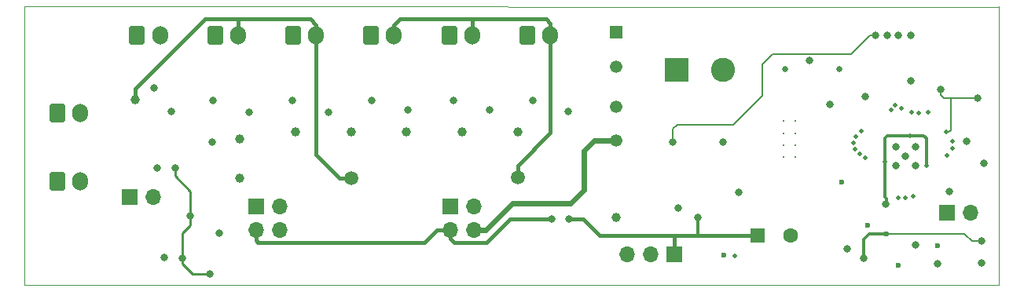
<source format=gbr>
%TF.GenerationSoftware,KiCad,Pcbnew,(6.0.6)*%
%TF.CreationDate,2022-10-10T18:06:17-05:00*%
%TF.ProjectId,better-klipper-expander,62657474-6572-42d6-9b6c-69707065722d,V1*%
%TF.SameCoordinates,Original*%
%TF.FileFunction,Copper,L3,Inr*%
%TF.FilePolarity,Positive*%
%FSLAX46Y46*%
G04 Gerber Fmt 4.6, Leading zero omitted, Abs format (unit mm)*
G04 Created by KiCad (PCBNEW (6.0.6)) date 2022-10-10 18:06:17*
%MOMM*%
%LPD*%
G01*
G04 APERTURE LIST*
G04 Aperture macros list*
%AMRoundRect*
0 Rectangle with rounded corners*
0 $1 Rounding radius*
0 $2 $3 $4 $5 $6 $7 $8 $9 X,Y pos of 4 corners*
0 Add a 4 corners polygon primitive as box body*
4,1,4,$2,$3,$4,$5,$6,$7,$8,$9,$2,$3,0*
0 Add four circle primitives for the rounded corners*
1,1,$1+$1,$2,$3*
1,1,$1+$1,$4,$5*
1,1,$1+$1,$6,$7*
1,1,$1+$1,$8,$9*
0 Add four rect primitives between the rounded corners*
20,1,$1+$1,$2,$3,$4,$5,0*
20,1,$1+$1,$4,$5,$6,$7,0*
20,1,$1+$1,$6,$7,$8,$9,0*
20,1,$1+$1,$8,$9,$2,$3,0*%
G04 Aperture macros list end*
%TA.AperFunction,Profile*%
%ADD10C,0.050000*%
%TD*%
%TA.AperFunction,ComponentPad*%
%ADD11C,0.300000*%
%TD*%
%TA.AperFunction,ComponentPad*%
%ADD12R,1.337000X1.337000*%
%TD*%
%TA.AperFunction,ComponentPad*%
%ADD13C,1.337000*%
%TD*%
%TA.AperFunction,ComponentPad*%
%ADD14R,1.700000X1.700000*%
%TD*%
%TA.AperFunction,ComponentPad*%
%ADD15O,1.700000X1.700000*%
%TD*%
%TA.AperFunction,ComponentPad*%
%ADD16RoundRect,0.250000X-0.600000X-0.750000X0.600000X-0.750000X0.600000X0.750000X-0.600000X0.750000X0*%
%TD*%
%TA.AperFunction,ComponentPad*%
%ADD17O,1.700000X2.000000*%
%TD*%
%TA.AperFunction,ComponentPad*%
%ADD18R,2.600000X2.600000*%
%TD*%
%TA.AperFunction,ComponentPad*%
%ADD19C,2.600000*%
%TD*%
%TA.AperFunction,ComponentPad*%
%ADD20R,1.600000X1.600000*%
%TD*%
%TA.AperFunction,ComponentPad*%
%ADD21C,1.600000*%
%TD*%
%TA.AperFunction,ComponentPad*%
%ADD22C,0.660400*%
%TD*%
%TA.AperFunction,ViaPad*%
%ADD23C,1.500000*%
%TD*%
%TA.AperFunction,ViaPad*%
%ADD24C,0.800000*%
%TD*%
%TA.AperFunction,ViaPad*%
%ADD25C,0.600000*%
%TD*%
%TA.AperFunction,ViaPad*%
%ADD26C,1.000000*%
%TD*%
%TA.AperFunction,ViaPad*%
%ADD27C,0.500000*%
%TD*%
%TA.AperFunction,Conductor*%
%ADD28C,0.400000*%
%TD*%
%TA.AperFunction,Conductor*%
%ADD29C,0.600000*%
%TD*%
%TA.AperFunction,Conductor*%
%ADD30C,0.300000*%
%TD*%
%TA.AperFunction,Conductor*%
%ADD31C,0.200000*%
%TD*%
%TA.AperFunction,Conductor*%
%ADD32C,0.250000*%
%TD*%
%TA.AperFunction,Conductor*%
%ADD33C,0.350000*%
%TD*%
G04 APERTURE END LIST*
D10*
X88045000Y-77495000D02*
X88045000Y-107495000D01*
X193045000Y-77500000D02*
X88045000Y-77495000D01*
X88045000Y-107495000D02*
X193045000Y-107495000D01*
X193045000Y-107495000D02*
X193045000Y-77495000D01*
D11*
%TO.N,N/C*%
%TO.C,U3*%
X171090000Y-93750000D03*
X169790000Y-93750000D03*
X171090000Y-92450000D03*
X169790000Y-92450000D03*
X171090000Y-91150000D03*
X169790000Y-91150000D03*
X171090000Y-89850000D03*
X169790000Y-89850000D03*
%TD*%
D12*
%TO.N,Net-(F2-Pad1)*%
%TO.C,F2*%
X151800000Y-80250000D03*
D13*
X151800000Y-83950000D03*
%TO.N,VCC*%
X151800000Y-88250000D03*
X151800000Y-91950000D03*
%TD*%
D14*
%TO.N,VFAN*%
%TO.C,J13*%
X112960000Y-99025000D03*
D15*
X115500000Y-99025000D03*
%TO.N,Net-(J13-Pad3)*%
X112960000Y-101565000D03*
%TO.N,VCC*%
X115500000Y-101565000D03*
%TD*%
D16*
%TO.N,Net-(D9-Pad2)*%
%TO.C,J8*%
X108550000Y-80575000D03*
D17*
%TO.N,VFAN*%
X111050000Y-80575000D03*
%TD*%
D14*
%TO.N,Net-(J6-Pad1)*%
%TO.C,JP2*%
X99325000Y-98000000D03*
D15*
%TO.N,Net-(JP2-Pad2)*%
X101865000Y-98000000D03*
%TD*%
D16*
%TO.N,Net-(D7-Pad2)*%
%TO.C,J5*%
X125350000Y-80575000D03*
D17*
%TO.N,VFAN*%
X127850000Y-80575000D03*
%TD*%
D16*
%TO.N,Net-(D10-Pad1)*%
%TO.C,J9*%
X100150000Y-80575000D03*
D17*
%TO.N,GND*%
X102650000Y-80575000D03*
%TD*%
D16*
%TO.N,Net-(D5-Pad2)*%
%TO.C,J3*%
X142200000Y-80575000D03*
D17*
%TO.N,VFAN*%
X144700000Y-80575000D03*
%TD*%
D16*
%TO.N,Net-(D6-Pad2)*%
%TO.C,J4*%
X133800000Y-80575000D03*
D17*
%TO.N,VFAN*%
X136300000Y-80575000D03*
%TD*%
D16*
%TO.N,Net-(J6-Pad1)*%
%TO.C,J6*%
X91545000Y-96295000D03*
D17*
%TO.N,GND*%
X94045000Y-96295000D03*
%TD*%
D18*
%TO.N,Net-(F2-Pad1)*%
%TO.C,J1*%
X158300000Y-84295000D03*
D19*
%TO.N,GND*%
X163300000Y-84295000D03*
%TD*%
D14*
%TO.N,VFAN*%
%TO.C,J11*%
X133925000Y-99025000D03*
D15*
X136465000Y-99025000D03*
%TO.N,Net-(J13-Pad3)*%
X133925000Y-101565000D03*
%TO.N,VCC*%
X136465000Y-101565000D03*
%TD*%
D16*
%TO.N,Net-(D8-Pad2)*%
%TO.C,J7*%
X116950000Y-80575000D03*
D17*
%TO.N,VFAN*%
X119450000Y-80575000D03*
%TD*%
D14*
%TO.N,+5V*%
%TO.C,J12*%
X158000000Y-104200000D03*
D15*
%TO.N,NEO_DATA*%
X155460000Y-104200000D03*
%TO.N,GND*%
X152920000Y-104200000D03*
%TD*%
D16*
%TO.N,Net-(J10-Pad1)*%
%TO.C,J10*%
X91545000Y-88975000D03*
D17*
%TO.N,GND*%
X94045000Y-88975000D03*
%TD*%
D14*
%TO.N,GND*%
%TO.C,JP1*%
X187425000Y-99700000D03*
D15*
%TO.N,Net-(C4-Pad2)*%
X189965000Y-99700000D03*
%TD*%
D20*
%TO.N,+5V*%
%TO.C,C19*%
X167047349Y-102200000D03*
D21*
%TO.N,GND*%
X170547349Y-102200000D03*
%TD*%
D22*
%TO.N,N/C*%
%TO.C,J2*%
X170010001Y-84210801D03*
X175789999Y-84210801D03*
%TD*%
D23*
%TO.N,VFAN*%
X123200000Y-96000000D03*
D24*
%TO.N,GND*%
X181917500Y-94605000D03*
X186400000Y-105200000D03*
X191400000Y-94400000D03*
X184017500Y-92605000D03*
X176650000Y-103650000D03*
D25*
X163400000Y-104300000D03*
D24*
X184017500Y-94605000D03*
X103125100Y-104587400D03*
X191100000Y-105100000D03*
X108362500Y-87587500D03*
X181917500Y-92605000D03*
X116862500Y-87582905D03*
X142762500Y-87571351D03*
X182917500Y-93600000D03*
X163245000Y-92095000D03*
X172600000Y-83300000D03*
D25*
X176100000Y-96400000D03*
X178900000Y-101100000D03*
D24*
X183500000Y-85500000D03*
X165000000Y-97550000D03*
D26*
X151800000Y-100200000D03*
X111200000Y-91800000D03*
D24*
X134262500Y-87571351D03*
X102000000Y-86300000D03*
X158500000Y-99200000D03*
X125462500Y-87571351D03*
X184000000Y-103200000D03*
X102312600Y-94887400D03*
%TO.N,+3.3V*%
X180850000Y-98800000D03*
X105062500Y-104600000D03*
X190700000Y-87400000D03*
X104250000Y-94900000D03*
D25*
X180900000Y-102000000D03*
D24*
X105900000Y-100100000D03*
D27*
X180700000Y-94200000D03*
X183400000Y-91400000D03*
D24*
X191100000Y-102800000D03*
X108000000Y-106300000D03*
X178400000Y-104600000D03*
D27*
X187300000Y-91000000D03*
X185200000Y-94600000D03*
D24*
X186700000Y-86400000D03*
%TO.N,+5V*%
X160600000Y-100200000D03*
X146700000Y-100400000D03*
%TO.N,VCC*%
X157900000Y-92100000D03*
X179700000Y-80600000D03*
D25*
%TO.N,XIN*%
X182200000Y-105400000D03*
D27*
X182200000Y-98100000D03*
%TO.N,SD0*%
X181371850Y-88653165D03*
D24*
X183500000Y-80600000D03*
D27*
%TO.N,CLK*%
X181800000Y-88100000D03*
D24*
X182200000Y-80600000D03*
%TO.N,SD3*%
X181000000Y-80600000D03*
D27*
X182512000Y-88500961D03*
D26*
%TO.N,Net-(D6-Pad2)*%
X135200000Y-91000000D03*
%TO.N,Net-(D7-Pad2)*%
X129200000Y-91000000D03*
%TO.N,Net-(D8-Pad2)*%
X123200000Y-91000000D03*
%TO.N,Net-(D9-Pad2)*%
X117200000Y-91000000D03*
%TO.N,Net-(D10-Pad1)*%
X111200000Y-96000000D03*
D24*
%TO.N,Net-(C10-Pad1)*%
X189500000Y-92000000D03*
D27*
X185400000Y-88875500D03*
X183797382Y-97911054D03*
D24*
X187700000Y-97400000D03*
D26*
%TO.N,Net-(D5-Pad2)*%
X141200000Y-91000000D03*
D24*
%TO.N,FAN0*%
X146612500Y-88762500D03*
D27*
X178200000Y-90900000D03*
%TO.N,FAN1*%
X177600000Y-91500000D03*
D24*
X138112500Y-88662500D03*
D27*
%TO.N,FAN2*%
X177300000Y-92200000D03*
D24*
X129362500Y-88600000D03*
%TO.N,FAN3*%
X120762500Y-88900000D03*
D27*
X177500000Y-92900000D03*
D24*
%TO.N,FAN4*%
X112262500Y-88900000D03*
D27*
X178000000Y-93400000D03*
%TO.N,FAN5*%
X178600000Y-93800000D03*
D24*
X103812500Y-88812500D03*
%TO.N,TH0*%
X109050000Y-101937500D03*
D27*
X188000000Y-92000000D03*
%TO.N,TH1*%
X188025500Y-92800000D03*
D24*
X108237500Y-92100000D03*
D23*
%TO.N,VFAN*%
X141200000Y-95900000D03*
D26*
X99950000Y-87550000D03*
D27*
%TO.N,D+*%
X183620878Y-88920878D03*
D24*
X174800000Y-88000000D03*
%TO.N,D-*%
X178600000Y-87200000D03*
D27*
X184376516Y-88940488D03*
D24*
%TO.N,Net-(J13-Pad3)*%
X144800000Y-100400000D03*
D27*
%TO.N,XOUT*%
X182900000Y-98100000D03*
D25*
X186400000Y-103300000D03*
D27*
%TO.N,GPIO24*%
X187400000Y-93500000D03*
X164550569Y-104349431D03*
%TD*%
D28*
%TO.N,VFAN*%
X122000000Y-96000000D02*
X123200000Y-96000000D01*
X119450000Y-93450000D02*
X122000000Y-96000000D01*
X119450000Y-80575000D02*
X119450000Y-93450000D01*
X141200000Y-94600000D02*
X144700000Y-91100000D01*
X144700000Y-91100000D02*
X144700000Y-80575000D01*
X141200000Y-95900000D02*
X141200000Y-94600000D01*
X118800000Y-78800000D02*
X119450000Y-79450000D01*
X119450000Y-79450000D02*
X119450000Y-80575000D01*
X111100000Y-78800000D02*
X118800000Y-78800000D01*
X127850000Y-79450000D02*
X127850000Y-80575000D01*
X128500000Y-78800000D02*
X127850000Y-79450000D01*
X144200000Y-78800000D02*
X128500000Y-78800000D01*
X144700000Y-79300000D02*
X144200000Y-78800000D01*
X144700000Y-80575000D02*
X144700000Y-79300000D01*
%TO.N,Net-(J13-Pad3)*%
X113200000Y-102900000D02*
X112960000Y-102660000D01*
X112960000Y-102660000D02*
X112960000Y-101565000D01*
X131100000Y-102900000D02*
X113200000Y-102900000D01*
X133925000Y-101565000D02*
X132435000Y-101565000D01*
X132435000Y-101565000D02*
X131100000Y-102900000D01*
X137800000Y-102900000D02*
X134300000Y-102900000D01*
X140300000Y-100400000D02*
X137800000Y-102900000D01*
X144800000Y-100400000D02*
X140300000Y-100400000D01*
X134300000Y-102900000D02*
X133925000Y-102525000D01*
X133925000Y-102525000D02*
X133925000Y-101565000D01*
D29*
%TO.N,VCC*%
X137735000Y-101565000D02*
X136465000Y-101565000D01*
X140600000Y-98700000D02*
X137735000Y-101565000D01*
X146900000Y-98700000D02*
X140600000Y-98700000D01*
X148300000Y-97300000D02*
X146900000Y-98700000D01*
D28*
%TO.N,+5V*%
X148200000Y-100400000D02*
X146700000Y-100400000D01*
X150000000Y-102200000D02*
X158000000Y-102200000D01*
X148200000Y-100400000D02*
X150000000Y-102200000D01*
D30*
%TO.N,+3.3V*%
X180700000Y-91700000D02*
X180700000Y-94200000D01*
X180700000Y-94200000D02*
X180700000Y-98000000D01*
D31*
X187100000Y-87400000D02*
X190700000Y-87400000D01*
D30*
X180700000Y-98000000D02*
X180900000Y-98200000D01*
D31*
X187800000Y-90800000D02*
X187600000Y-91000000D01*
X191100000Y-102800000D02*
X190100000Y-102800000D01*
D30*
X181000000Y-91400000D02*
X180700000Y-91700000D01*
D31*
X186700000Y-86400000D02*
X186700000Y-87000000D01*
X189300000Y-102000000D02*
X180800000Y-102000000D01*
D32*
X105900000Y-101100000D02*
X105900000Y-100100000D01*
D31*
X187600000Y-91000000D02*
X187300000Y-91000000D01*
D30*
X179000000Y-102000000D02*
X178400000Y-102600000D01*
X180900000Y-98200000D02*
X180900000Y-98750000D01*
D31*
X190100000Y-102800000D02*
X189300000Y-102000000D01*
X187800000Y-87400000D02*
X187800000Y-90800000D01*
D32*
X106100000Y-106300000D02*
X105062500Y-105262500D01*
D30*
X178400000Y-102600000D02*
X178400000Y-104600000D01*
D32*
X108000000Y-106300000D02*
X106100000Y-106300000D01*
X105062500Y-101937500D02*
X105900000Y-101100000D01*
D30*
X183400000Y-91400000D02*
X181000000Y-91400000D01*
X184900000Y-91400000D02*
X185200000Y-91700000D01*
D32*
X105062500Y-105262500D02*
X105062500Y-101937500D01*
D30*
X180800000Y-102000000D02*
X179000000Y-102000000D01*
D32*
X105900000Y-100100000D02*
X105900000Y-97400000D01*
X105900000Y-97400000D02*
X104250000Y-95750000D01*
D31*
X186700000Y-87000000D02*
X187100000Y-87400000D01*
D30*
X183400000Y-91400000D02*
X184900000Y-91400000D01*
D32*
X104250000Y-95750000D02*
X104250000Y-94900000D01*
D30*
X180900000Y-98750000D02*
X180850000Y-98800000D01*
X185200000Y-91700000D02*
X185200000Y-94600000D01*
D28*
%TO.N,+5V*%
X158000000Y-102200000D02*
X158000000Y-104200000D01*
D33*
X160600000Y-102100000D02*
X160500000Y-102200000D01*
D28*
X160500000Y-102200000D02*
X167047349Y-102200000D01*
D33*
X160600000Y-100200000D02*
X160600000Y-102100000D01*
D28*
X158000000Y-102200000D02*
X160500000Y-102200000D01*
D29*
%TO.N,VCC*%
X148300000Y-97300000D02*
X148300000Y-93050000D01*
D31*
X167500000Y-87100000D02*
X167500000Y-83700000D01*
X177100000Y-82600000D02*
X179100000Y-80600000D01*
X158400000Y-90200000D02*
X164400000Y-90200000D01*
X179100000Y-80600000D02*
X179700000Y-80600000D01*
X164400000Y-90200000D02*
X167500000Y-87100000D01*
X168600000Y-82600000D02*
X177100000Y-82600000D01*
D29*
X148300000Y-93050000D02*
X149400000Y-91950000D01*
D31*
X157900000Y-92100000D02*
X157900000Y-90700000D01*
X157900000Y-90700000D02*
X158400000Y-90200000D01*
D29*
X149400000Y-91950000D02*
X151800000Y-91950000D01*
D31*
X167500000Y-83700000D02*
X168600000Y-82600000D01*
D28*
%TO.N,VFAN*%
X99950000Y-86350000D02*
X107500000Y-78800000D01*
X136300000Y-78900000D02*
X136300000Y-80575000D01*
X107500000Y-78800000D02*
X111000000Y-78800000D01*
X111050000Y-78850000D02*
X111050000Y-80575000D01*
X111000000Y-78800000D02*
X111050000Y-78850000D01*
X99950000Y-87700000D02*
X99950000Y-86350000D01*
%TD*%
M02*

</source>
